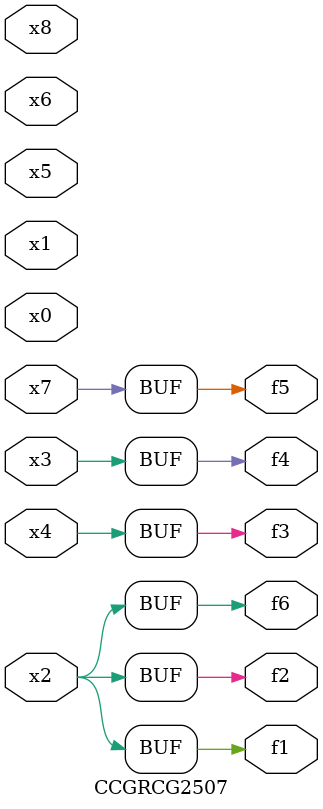
<source format=v>
module CCGRCG2507(
	input x0, x1, x2, x3, x4, x5, x6, x7, x8,
	output f1, f2, f3, f4, f5, f6
);
	assign f1 = x2;
	assign f2 = x2;
	assign f3 = x4;
	assign f4 = x3;
	assign f5 = x7;
	assign f6 = x2;
endmodule

</source>
